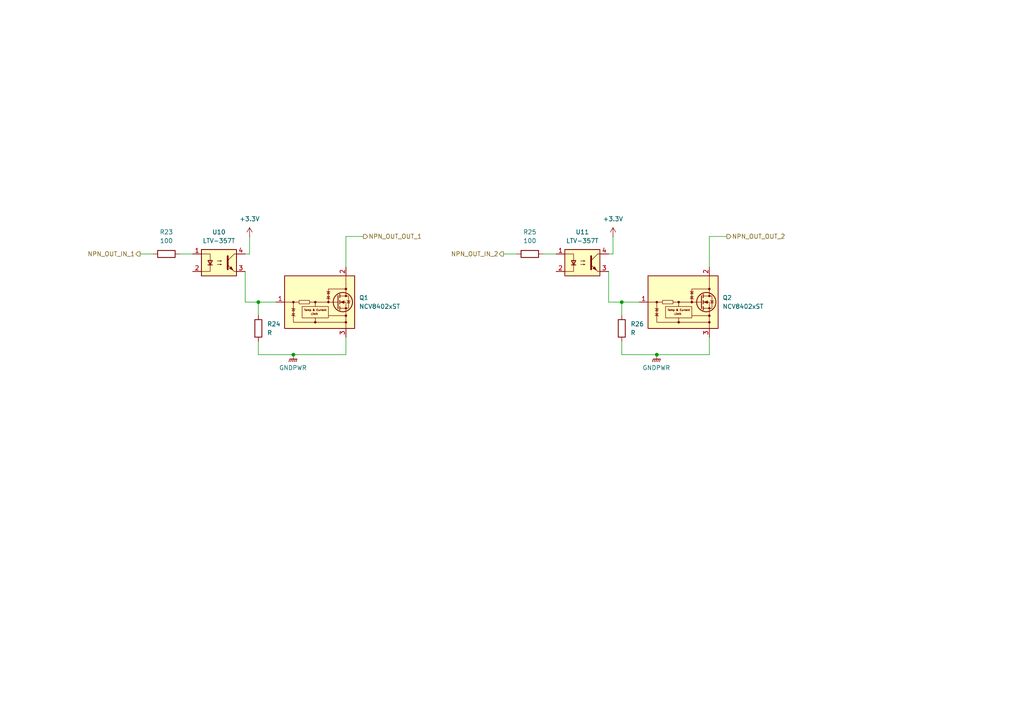
<source format=kicad_sch>
(kicad_sch (version 20250114) (generator "eeschema") (generator_version "9.0")
  (paper "A4")
  (lib_symbols
    (symbol "Device:R" (pin_numbers (hide yes)) (pin_names (offset 0))
      (property "Reference" "R" (at 2.032 0 90))
      (property "Value" "R" (at 0 0 90))
      (symbol "R_0_1"
        (rectangle (start -1.016 -2.54) (end 1.016 2.54) (stroke (width 0.254)))
      )
      (symbol "R_1_1"
        (pin passive line (at 0 3.81 270) (length 1.27) (name "~") (number "1"))
        (pin passive line (at 0 -3.81 90) (length 1.27) (name "~") (number "2"))
      )
    )
    (symbol "Isolator:LTV-357T" (pin_names (offset 1.016))
      (property "Reference" "U" (at -5.334 4.826 0))
      (property "Value" "LTV-357T" (at 0 5.08 0))
      (symbol "LTV-357T_0_1"
        (rectangle (start -5.08 3.81) (end 5.08 -3.81) (stroke (width 0.254)) (fill (type background)))
        (polyline (pts (xy -5.08 2.54) (xy -2.54 2.54) (xy -2.54 -0.762)))
        (polyline (pts (xy -3.175 -0.635) (xy -1.905 -0.635)) (stroke (width 0.254)))
        (polyline (pts (xy -2.54 -0.635) (xy -2.54 -2.54) (xy -5.08 -2.54)))
        (polyline (pts (xy -2.54 -0.635) (xy -3.175 0.635) (xy -1.905 0.635) (xy -2.54 -0.635)) (stroke (width 0.254)))
        (polyline (pts (xy -0.508 0.508) (xy 0.762 0.508) (xy 0.381 0.381) (xy 0.381 0.635) (xy 0.762 0.508)))
        (polyline (pts (xy -0.508 -0.508) (xy 0.762 -0.508) (xy 0.381 -0.635) (xy 0.381 -0.381) (xy 0.762 -0.508)))
        (polyline (pts (xy 2.54 1.905) (xy 2.54 -1.905)) (stroke (width 0.508)))
        (polyline (pts (xy 2.54 0.635) (xy 4.445 2.54)))
        (polyline (pts (xy 3.048 -1.651) (xy 3.556 -1.143) (xy 4.064 -2.159) (xy 3.048 -1.651)) (fill (type outline)))
        (polyline (pts (xy 4.445 2.54) (xy 5.08 2.54)))
        (polyline (pts (xy 4.445 -2.54) (xy 2.54 -0.635)) (fill (type outline)))
        (polyline (pts (xy 4.445 -2.54) (xy 5.08 -2.54)))
      )
      (symbol "LTV-357T_1_1"
        (pin passive line (at -7.62 2.54 0) (length 2.54) (name "~") (number "1"))
        (pin passive line (at -7.62 -2.54 0) (length 2.54) (name "~") (number "2"))
        (pin passive line (at 7.62 2.54 180) (length 2.54) (name "~") (number "4"))
        (pin passive line (at 7.62 -2.54 180) (length 2.54) (name "~") (number "3"))
      )
    )
    (symbol "Transistor_FET_Other:NCV8402xST" (pin_names (offset 0) (hide yes))
      (property "Reference" "Q" (at -9.906 11.43 0))
      (property "Value" "NCV8402xST" (at -9.906 9.144 0))
      (symbol "NCV8402xST_0_0"
        (rectangle (start -10.16 7.62) (end 10.16 -7.62) (stroke (width 0.254)) (fill (type background)))
        (rectangle (start -5.969 0.508) (end -2.921 -0.508))
        (polyline (pts (xy -1.397 -5.842) (xy -7.62 -5.842) (xy -7.62 0) (xy -6.096 0)))
        (polyline (pts (xy -1.27 -1.27) (xy -1.27 -0.635) (xy -1.27 0)))
        (polyline (pts (xy 2.54 0) (xy -2.921 0) (xy -0.889 0)))
        (polyline (pts (xy 2.54 0) (xy 2.54 3.81) (xy 7.62 3.81)))
        (polyline (pts (xy 7.62 2.667) (xy 7.62 7.62)))
        (polyline (pts (xy 7.62 -2.667) (xy 7.62 -7.62)))
        (polyline (pts (xy 7.62 -5.842) (xy -1.27 -5.842) (xy -1.27 -4.572)))
        (text "Limit" (at -1.524 -3.429 0) (effects (font (size 0.5334 0.5334))))
        (text "Temp & Current" (at -1.27 -2.286 0) (effects (font (size 0.5334 0.5334))))
      )
      (symbol "NCV8402xST_0_1"
        (polyline (pts (xy -7.62 0) (xy -10.16 0)))
        (rectangle (start -5.08 -1.27) (end 2.54 -4.572))
        (polyline (pts (xy 5.334 1.905) (xy 5.334 -1.905)) (stroke (width 0.254)))
        (polyline (pts (xy 5.334 0) (xy 2.54 0)))
        (polyline (pts (xy 5.842 2.286) (xy 5.842 1.27)) (stroke (width 0.254)))
        (polyline (pts (xy 5.842 0.508) (xy 5.842 -0.508)) (stroke (width 0.254)))
        (polyline (pts (xy 5.842 -1.27) (xy 5.842 -2.286)) (stroke (width 0.254)))
        (polyline (pts (xy 5.842 -1.778) (xy 8.382 -1.778) (xy 8.382 1.778) (xy 5.842 1.778)))
        (polyline (pts (xy 6.096 0) (xy 7.112 0.381) (xy 7.112 -0.381) (xy 6.096 0)) (fill (type outline)))
        (circle (center 6.731 0) (radius 2.794) (stroke (width 0.254)))
        (polyline (pts (xy 7.62 2.54) (xy 7.62 1.778)))
        (circle (center 7.62 1.778) (radius 0.254) (fill (type outline)))
        (circle (center 7.62 -1.778) (radius 0.254) (fill (type outline)))
        (polyline (pts (xy 7.62 -2.54) (xy 7.62 0) (xy 5.842 0)))
        (polyline (pts (xy 7.62 -3.937) (xy 2.667 -3.937)))
        (polyline (pts (xy 7.874 0.508) (xy 8.001 0.381) (xy 8.763 0.381) (xy 8.89 0.254)))
        (polyline (pts (xy 8.382 0.381) (xy 8.001 -0.254) (xy 8.763 -0.254) (xy 8.382 0.381)))
      )
      (symbol "NCV8402xST_1_1"
        (polyline (pts (xy -8.128 -1.778) (xy -8.001 -1.905) (xy -7.239 -1.905) (xy -7.112 -2.032)))
        (circle (center -7.62 0) (radius 0.2794) (fill (type outline)))
        (polyline (pts (xy -7.62 -1.905) (xy -8.001 -2.54) (xy -7.239 -2.54) (xy -7.62 -1.905)))
        (polyline (pts (xy -7.62 -3.937) (xy -7.239 -3.302) (xy -8.001 -3.302) (xy -7.62 -3.937)))
        (polyline (pts (xy -7.112 -4.064) (xy -7.239 -3.937) (xy -8.001 -3.937) (xy -8.128 -3.81)))
        (circle (center -1.27 0) (radius 0.2794) (fill (type outline)))
        (circle (center -1.27 -5.842) (radius 0.2794) (fill (type outline)))
        (polyline (pts (xy 2.032 3.175) (xy 2.159 3.048) (xy 2.921 3.048) (xy 3.048 2.921)))
        (polyline (pts (xy 2.54 3.048) (xy 2.159 2.413) (xy 2.921 2.413) (xy 2.54 3.048)))
        (polyline (pts (xy 2.54 1.016) (xy 2.921 1.651) (xy 2.159 1.651) (xy 2.54 1.016)))
        (circle (center 2.54 0) (radius 0.2794) (fill (type outline)))
        (polyline (pts (xy 3.048 0.889) (xy 2.921 1.016) (xy 2.159 1.016) (xy 2.032 1.143)))
        (circle (center 7.62 3.81) (radius 0.2794) (fill (type outline)))
        (circle (center 7.62 -3.937) (radius 0.2794) (fill (type outline)))
        (circle (center 7.62 -5.842) (radius 0.2794) (fill (type outline)))
        (pin input line (at -12.7 0 0) (length 2.54) (name "G") (number "1"))
        (pin passive line (at 7.62 10.16 270) (length 2.54) (name "D") (number "2"))
        (pin passive line (at 7.62 10.16 270) (length 2.54) (hide yes) (name "D") (number "4"))
        (pin passive line (at 7.62 -10.16 90) (length 2.54) (name "S") (number "3"))
      )
    )
    (symbol "power:+3.3V" (power) (pin_numbers (hide yes)) (pin_names (offset 0) (hide yes))
      (property "Value" "+3.3V" (at 0 3.556 0))
      (symbol "+3.3V_0_1"
        (polyline (pts (xy -0.762 1.27) (xy 0 2.54)))
        (polyline (pts (xy 0 2.54) (xy 0.762 1.27)))
        (polyline (pts (xy 0 0) (xy 0 2.54)))
      )
      (symbol "+3.3V_1_1"
        (pin power_in line (at 0 0 90) (length 0) (name "~") (number "1"))
      )
    )
    (symbol "power:GNDPWR" (power) (pin_numbers (hide yes)) (pin_names (offset 0) (hide yes))
      (property "Value" "GNDPWR" (at 0 -3.302 0))
      (symbol "GNDPWR_0_1"
        (polyline (pts (xy -1.016 -1.27) (xy -1.27 -2.032) (xy -1.27 -2.032)) (stroke (width 0.2032)))
        (polyline (pts (xy -0.508 -1.27) (xy -0.762 -2.032) (xy -0.762 -2.032)) (stroke (width 0.2032)))
        (polyline (pts (xy 0 -1.27) (xy 0 0)))
        (polyline (pts (xy 0 -1.27) (xy -0.254 -2.032) (xy -0.254 -2.032)) (stroke (width 0.2032)))
        (polyline (pts (xy 0.508 -1.27) (xy 0.254 -2.032) (xy 0.254 -2.032)) (stroke (width 0.2032)))
        (polyline (pts (xy 1.016 -1.27) (xy -1.016 -1.27) (xy -1.016 -1.27)) (stroke (width 0.2032)))
        (polyline (pts (xy 1.016 -1.27) (xy 0.762 -2.032) (xy 0.762 -2.032) (xy 0.762 -2.032)) (stroke (width 0.2032)))
      )
      (symbol "GNDPWR_1_1"
        (pin power_in line (at 0 0 270) (length 0) (name "~") (number "1"))
      )
    )
  )
  (junction (at 190.5 102.87))
  (junction (at 85.09 102.87))
  (junction (at 180.34 87.63))
  (junction (at 74.93 87.63))
  (wire (pts (xy 176.53 87.63) (xy 180.34 87.63)))
  (wire (pts (xy 177.8 73.66) (xy 177.8 68.58)))
  (wire (pts (xy 74.93 99.06) (xy 74.93 102.87)))
  (wire (pts (xy 176.53 73.66) (xy 177.8 73.66)))
  (wire (pts (xy 180.34 99.06) (xy 180.34 102.87)))
  (wire (pts (xy 72.39 73.66) (xy 72.39 68.58)))
  (wire (pts (xy 205.74 77.47) (xy 205.74 68.58)))
  (wire (pts (xy 205.74 68.58) (xy 210.82 68.58)))
  (wire (pts (xy 40.64 73.66) (xy 44.45 73.66)))
  (wire (pts (xy 85.09 102.87) (xy 100.33 102.87)))
  (wire (pts (xy 146.05 73.66) (xy 149.86 73.66)))
  (wire (pts (xy 71.12 78.74) (xy 71.12 87.63)))
  (wire (pts (xy 100.33 68.58) (xy 105.41 68.58)))
  (wire (pts (xy 52.07 73.66) (xy 55.88 73.66)))
  (wire (pts (xy 74.93 87.63) (xy 80.01 87.63)))
  (wire (pts (xy 180.34 87.63) (xy 185.42 87.63)))
  (wire (pts (xy 100.33 77.47) (xy 100.33 68.58)))
  (wire (pts (xy 180.34 87.63) (xy 180.34 91.44)))
  (wire (pts (xy 74.93 102.87) (xy 85.09 102.87)))
  (wire (pts (xy 100.33 102.87) (xy 100.33 97.79)))
  (wire (pts (xy 176.53 78.74) (xy 176.53 87.63)))
  (wire (pts (xy 190.5 102.87) (xy 205.74 102.87)))
  (wire (pts (xy 157.48 73.66) (xy 161.29 73.66)))
  (wire (pts (xy 180.34 102.87) (xy 190.5 102.87)))
  (wire (pts (xy 74.93 87.63) (xy 74.93 91.44)))
  (wire (pts (xy 71.12 87.63) (xy 74.93 87.63)))
  (wire (pts (xy 205.74 102.87) (xy 205.74 97.79)))
  (wire (pts (xy 71.12 73.66) (xy 72.39 73.66)))
  (hierarchical_label "NPN_OUT_IN_2" (shape output) (at 146.05 73.66 180))
  (hierarchical_label "NPN_OUT_IN_1" (shape output) (at 40.64 73.66 180))
  (hierarchical_label "NPN_OUT_OUT_2" (shape output) (at 210.82 68.58 0))
  (hierarchical_label "NPN_OUT_OUT_1" (shape output) (at 105.41 68.58 0))
  (symbol (lib_id "Device:R") (at 48.26 73.66 90) (unit 1)
    (property "Reference" "R23" (at 48.26 67.31 90))
    (property "Value" "100" (at 48.26 69.85 90))
    (property "Description" "Resistor" (effects (hide yes)))
  )
  (symbol (lib_id "Device:R") (at 180.34 95.25 0) (unit 1)
    (property "Reference" "R26" (at 182.88 93.9799 0) (effects (justify left)))
    (property "Value" "R" (at 182.88 96.5199 0) (effects (justify left)))
    (property "Description" "Resistor" (effects (hide yes)))
  )
  (symbol (lib_id "Isolator:LTV-357T") (at 168.91 76.2 0) (unit 1)
    (property "Reference" "U11" (at 168.91 67.31 0))
    (property "Value" "LTV-357T" (at 168.91 69.85 0))
    (property "Footprint" "Package_SO:SO-4_4.4x3.6mm_P2.54mm" (effects (hide yes)))
    (property "Datasheet" "https://www.buerklin.com/medias/sys_master/download/download/h91/ha0/8892020588574.pdf" (effects (hide yes)))
    (property "Description" "DC Optocoupler, Vce 35V, CTR 50%, SO-4" (effects (hide yes)))
  )
  (symbol (lib_id "Device:R") (at 74.93 95.25 0) (unit 1)
    (property "Reference" "R24" (at 77.47 93.9799 0) (effects (justify left)))
    (property "Value" "R" (at 77.47 96.5199 0) (effects (justify left)))
    (property "Description" "Resistor" (effects (hide yes)))
  )
  (symbol (lib_id "power:GNDPWR") (at 85.09 102.87 0) (unit 1)
    (property "Reference" "#PWR039" (effects (hide yes)))
    (property "Value" "GNDPWR" (at 84.963 106.68 0))
    (property "Description" "Power symbol creates a global label with name \"GNDPWR\" , global ground" (effects (hide yes)))
  )
  (symbol (lib_id "Isolator:LTV-357T") (at 63.5 76.2 0) (unit 1)
    (property "Reference" "U10" (at 63.5 67.31 0))
    (property "Value" "LTV-357T" (at 63.5 69.85 0))
    (property "Footprint" "Package_SO:SO-4_4.4x3.6mm_P2.54mm" (effects (hide yes)))
    (property "Datasheet" "https://www.buerklin.com/medias/sys_master/download/download/h91/ha0/8892020588574.pdf" (effects (hide yes)))
    (property "Description" "DC Optocoupler, Vce 35V, CTR 50%, SO-4" (effects (hide yes)))
  )
  (symbol (lib_id "Device:R") (at 153.67 73.66 90) (unit 1)
    (property "Reference" "R25" (at 153.67 67.31 90))
    (property "Value" "100" (at 153.67 69.85 90))
    (property "Description" "Resistor" (effects (hide yes)))
  )
  (symbol (lib_id "Transistor_FET_Other:NCV8402xST") (at 198.12 87.63 0) (unit 1)
    (property "Reference" "Q2" (at 209.55 86.3599 0) (effects (justify left)))
    (property "Value" "NCV8402xST" (at 209.55 88.8999 0) (effects (justify left)))
    (property "Footprint" "Package_TO_SOT_SMD:SOT-223" (effects (hide yes)))
    (property "Datasheet" "https://www.onsemi.com/pub/Collateral/NCV8402-D.PDF" (effects (hide yes)))
    (property "Description" "Self-Protected Low Side Driver with Temperature and Current Limit, SOT−223" (effects (hide yes)))
  )
  (symbol (lib_id "power:+3.3V") (at 177.8 68.58 0) (unit 1)
    (property "Reference" "#NPN_VCC04" (effects (hide yes)))
    (property "Value" "+3.3V" (at 177.8 63.5 0))
    (property "Description" "Power symbol creates a global label with name \"+3.3V\"" (effects (hide yes)))
  )
  (symbol (lib_id "power:+3.3V") (at 72.39 68.58 0) (unit 1)
    (property "Reference" "#NPN_VCC01" (effects (hide yes)))
    (property "Value" "+3.3V" (at 72.39 63.5 0))
    (property "Description" "Power symbol creates a global label with name \"+3.3V\"" (effects (hide yes)))
  )
  (symbol (lib_id "power:GNDPWR") (at 190.5 102.87 0) (unit 1)
    (property "Reference" "#PWR040" (effects (hide yes)))
    (property "Value" "GNDPWR" (at 190.373 106.68 0))
    (property "Description" "Power symbol creates a global label with name \"GNDPWR\" , global ground" (effects (hide yes)))
  )
  (symbol (lib_id "Transistor_FET_Other:NCV8402xST") (at 92.71 87.63 0) (unit 1)
    (property "Reference" "Q1" (at 104.14 86.3599 0) (effects (justify left)))
    (property "Value" "NCV8402xST" (at 104.14 88.8999 0) (effects (justify left)))
    (property "Footprint" "Package_TO_SOT_SMD:SOT-223" (effects (hide yes)))
    (property "Datasheet" "https://www.onsemi.com/pub/Collateral/NCV8402-D.PDF" (effects (hide yes)))
    (property "Description" "Self-Protected Low Side Driver with Temperature and Current Limit, SOT−223" (effects (hide yes)))
  )
)
</source>
